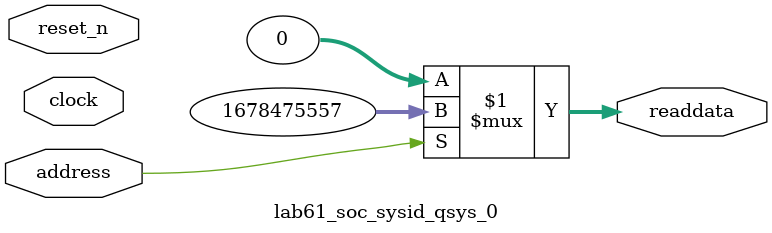
<source format=v>



// synthesis translate_off
`timescale 1ns / 1ps
// synthesis translate_on

// turn off superfluous verilog processor warnings 
// altera message_level Level1 
// altera message_off 10034 10035 10036 10037 10230 10240 10030 

module lab61_soc_sysid_qsys_0 (
               // inputs:
                address,
                clock,
                reset_n,

               // outputs:
                readdata
             )
;

  output  [ 31: 0] readdata;
  input            address;
  input            clock;
  input            reset_n;

  wire    [ 31: 0] readdata;
  //control_slave, which is an e_avalon_slave
  assign readdata = address ? 1678475557 : 0;

endmodule



</source>
